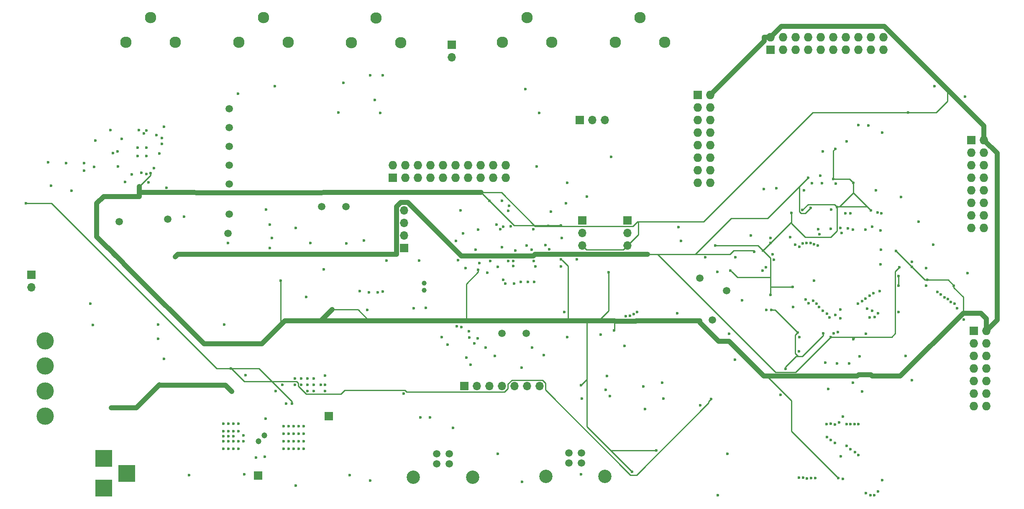
<source format=gbr>
G04 #@! TF.FileFunction,Copper,L3,Inr,Plane*
%FSLAX46Y46*%
G04 Gerber Fmt 4.6, Leading zero omitted, Abs format (unit mm)*
G04 Created by KiCad (PCBNEW 4.0.7-e2-6376~58~ubuntu16.04.1) date Sat Mar 23 16:58:12 2019*
%MOMM*%
%LPD*%
G01*
G04 APERTURE LIST*
%ADD10C,0.100000*%
%ADD11C,1.500000*%
%ADD12R,1.727200X1.727200*%
%ADD13O,1.727200X1.727200*%
%ADD14R,1.700000X1.700000*%
%ADD15O,1.700000X1.700000*%
%ADD16C,1.000000*%
%ADD17C,1.520000*%
%ADD18C,2.700000*%
%ADD19C,2.300000*%
%ADD20R,3.500000X3.500000*%
%ADD21C,3.500000*%
%ADD22C,0.600000*%
%ADD23C,1.200000*%
%ADD24C,1.000000*%
%ADD25C,0.250000*%
G04 APERTURE END LIST*
D10*
D11*
X94361000Y-97663000D03*
D12*
X204216000Y-60452000D03*
D13*
X204216000Y-57912000D03*
X206756000Y-60452000D03*
X206756000Y-57912000D03*
X209296000Y-60452000D03*
X209296000Y-57912000D03*
X211836000Y-60452000D03*
X211836000Y-57912000D03*
X214376000Y-60452000D03*
X214376000Y-57912000D03*
X216916000Y-60452000D03*
X216916000Y-57912000D03*
X219456000Y-60452000D03*
X219456000Y-57912000D03*
X221996000Y-60452000D03*
X221996000Y-57912000D03*
X224536000Y-60452000D03*
X224536000Y-57912000D03*
X227076000Y-60452000D03*
X227076000Y-57912000D03*
D12*
X189484000Y-69596000D03*
D13*
X192024000Y-69596000D03*
X189484000Y-72136000D03*
X192024000Y-72136000D03*
X189484000Y-74676000D03*
X192024000Y-74676000D03*
X189484000Y-77216000D03*
X192024000Y-77216000D03*
X189484000Y-79756000D03*
X192024000Y-79756000D03*
X189484000Y-82296000D03*
X192024000Y-82296000D03*
X189484000Y-84836000D03*
X192024000Y-84836000D03*
X189484000Y-87376000D03*
X192024000Y-87376000D03*
D14*
X166116000Y-94996000D03*
D15*
X166116000Y-97536000D03*
X166116000Y-100076000D03*
D14*
X175260000Y-94996000D03*
D15*
X175260000Y-97536000D03*
X175260000Y-100076000D03*
D14*
X130048000Y-100584000D03*
D15*
X130048000Y-98044000D03*
X130048000Y-95504000D03*
X130048000Y-92964000D03*
D16*
X134112000Y-107696000D03*
X134112000Y-109196000D03*
D12*
X127762000Y-86360000D03*
D13*
X127762000Y-83820000D03*
X130302000Y-86360000D03*
X130302000Y-83820000D03*
X132842000Y-86360000D03*
X132842000Y-83820000D03*
X135382000Y-86360000D03*
X135382000Y-83820000D03*
X137922000Y-86360000D03*
X137922000Y-83820000D03*
X140462000Y-86360000D03*
X140462000Y-83820000D03*
X143002000Y-86360000D03*
X143002000Y-83820000D03*
X145542000Y-86360000D03*
X145542000Y-83820000D03*
X148082000Y-86360000D03*
X148082000Y-83820000D03*
X150622000Y-86360000D03*
X150622000Y-83820000D03*
D17*
X136652000Y-142272000D03*
X139192000Y-142272000D03*
X139192000Y-144272000D03*
X136652000Y-144272000D03*
D18*
X131922000Y-146972000D03*
X143922000Y-146972000D03*
D14*
X142240000Y-128524000D03*
D15*
X144780000Y-128524000D03*
X147320000Y-128524000D03*
X149860000Y-128524000D03*
X152400000Y-128524000D03*
X154940000Y-128524000D03*
X157480000Y-128524000D03*
D14*
X165608000Y-74676000D03*
D15*
X168148000Y-74676000D03*
X170688000Y-74676000D03*
D11*
X149860000Y-117856000D03*
X154740000Y-117856000D03*
D12*
X245364000Y-117348000D03*
D13*
X247904000Y-117348000D03*
X245364000Y-119888000D03*
X247904000Y-119888000D03*
X245364000Y-122428000D03*
X247904000Y-122428000D03*
X245364000Y-124968000D03*
X247904000Y-124968000D03*
X245364000Y-127508000D03*
X247904000Y-127508000D03*
X245364000Y-130048000D03*
X247904000Y-130048000D03*
X245364000Y-132588000D03*
X247904000Y-132588000D03*
D17*
X163418000Y-142112000D03*
X165958000Y-142112000D03*
X165958000Y-144112000D03*
X163418000Y-144112000D03*
D18*
X158688000Y-146812000D03*
X170688000Y-146812000D03*
D14*
X139700000Y-59436000D03*
D15*
X139700000Y-61976000D03*
D19*
X154940000Y-53975000D03*
X159940000Y-58975000D03*
X149940000Y-58975000D03*
X177800000Y-53975000D03*
X182800000Y-58975000D03*
X172800000Y-58975000D03*
D11*
X195326000Y-109220000D03*
D19*
X124380000Y-54055000D03*
X129380000Y-59055000D03*
X119380000Y-59055000D03*
D11*
X192405000Y-115189000D03*
X189865000Y-106680000D03*
D12*
X244856000Y-78740000D03*
D13*
X247396000Y-78740000D03*
X244856000Y-81280000D03*
X247396000Y-81280000D03*
X244856000Y-83820000D03*
X247396000Y-83820000D03*
X244856000Y-86360000D03*
X247396000Y-86360000D03*
X244856000Y-88900000D03*
X247396000Y-88900000D03*
X244856000Y-91440000D03*
X247396000Y-91440000D03*
X244856000Y-93980000D03*
X247396000Y-93980000D03*
X244856000Y-96520000D03*
X247396000Y-96520000D03*
D14*
X100457000Y-146685000D03*
X114808000Y-134620000D03*
D20*
X69215000Y-143225000D03*
X69215000Y-149225000D03*
X73915000Y-146225000D03*
D21*
X57404000Y-134620000D03*
X57404000Y-129540000D03*
X57404000Y-124460000D03*
X57404000Y-119380000D03*
D14*
X54610000Y-106045000D03*
D15*
X54610000Y-108585000D03*
D11*
X113357000Y-92202000D03*
X118237000Y-92202000D03*
X94615000Y-83820000D03*
X94615000Y-80010000D03*
X82169000Y-94742000D03*
X94615000Y-72390000D03*
X94615000Y-76200000D03*
X72390000Y-95250000D03*
D19*
X78740000Y-53975000D03*
X83740000Y-58975000D03*
X73740000Y-58975000D03*
X101600000Y-53975000D03*
X106600000Y-58975000D03*
X96600000Y-58975000D03*
D11*
X94615000Y-87630000D03*
X94615000Y-93726000D03*
D22*
X76112500Y-81987500D03*
X77837500Y-81987500D03*
X77837500Y-80262500D03*
X76112500Y-80262500D03*
X140948771Y-103096502D03*
X102108000Y-92837000D03*
X110236000Y-110490000D03*
X223774000Y-112903000D03*
X225933000Y-113792002D03*
X66548000Y-111887000D03*
X102870000Y-100584000D03*
X206248000Y-130302000D03*
X178816000Y-133223000D03*
X182499000Y-131064000D03*
X178435000Y-128651000D03*
X214757000Y-81026000D03*
X219583000Y-78994000D03*
X80264000Y-116078000D03*
X80264000Y-118999000D03*
X195834000Y-117983000D03*
X81407000Y-123063000D03*
X104013000Y-129540000D03*
X111760000Y-129540000D03*
X110490000Y-129540000D03*
X105410000Y-128270000D03*
X107950000Y-128270000D03*
X107950000Y-127000000D03*
X111760000Y-127000000D03*
X110490000Y-127000000D03*
X109220000Y-127000000D03*
X109220000Y-128270000D03*
X110490000Y-128270000D03*
X111760000Y-128270000D03*
X113157000Y-128270000D03*
X114046000Y-129540000D03*
X114046000Y-128270000D03*
X113988010Y-126422990D03*
X58547000Y-88011000D03*
X62738000Y-89027000D03*
X153924000Y-147955000D03*
X167021000Y-90170000D03*
X171958000Y-82169000D03*
X123190000Y-147701000D03*
X129921000Y-130048000D03*
X139954000Y-137033000D03*
X171704000Y-130556000D03*
X165989000Y-131064000D03*
X165862000Y-146431000D03*
X189992000Y-132461000D03*
X182245000Y-127889000D03*
X162814000Y-91567000D03*
X163068000Y-87376000D03*
X142494000Y-104648000D03*
X147447000Y-103251000D03*
X97663000Y-146399000D03*
X101854000Y-142875000D03*
X108077000Y-148670000D03*
X86487000Y-146558000D03*
X141478000Y-92964000D03*
X153616330Y-107451999D03*
X148393989Y-122428000D03*
X158333000Y-122301000D03*
X148717000Y-95885000D03*
X156210000Y-96774000D03*
X161925000Y-98552000D03*
X149820000Y-91059000D03*
X161798000Y-104325999D03*
X185293000Y-113792000D03*
X174625000Y-120396000D03*
X169799000Y-118110000D03*
X193548000Y-150689979D03*
X218821000Y-147320000D03*
X210058000Y-118618000D03*
X217297000Y-114173000D03*
X217419417Y-87540999D03*
X214249000Y-85979000D03*
X133096000Y-103124000D03*
X131953000Y-112776000D03*
X93599000Y-116078000D03*
X103251000Y-98552000D03*
X102870000Y-95885000D03*
X118364000Y-99695000D03*
X108049559Y-96547441D03*
X111058942Y-99634058D03*
X57971564Y-83252436D03*
X154559000Y-68453000D03*
X157353000Y-73279000D03*
X72009000Y-81026000D03*
X70612000Y-76708000D03*
X81407000Y-76073000D03*
X79883000Y-77724000D03*
X123190000Y-65658996D03*
X125730000Y-65659000D03*
X80518000Y-81500010D03*
X65278000Y-83439000D03*
X61595000Y-83439000D03*
X81915000Y-88421615D03*
X79375000Y-84455000D03*
X219837000Y-96647000D03*
X226822000Y-77216000D03*
X237363000Y-67818000D03*
X243586000Y-69977000D03*
X203327000Y-113157000D03*
X208788000Y-112522000D03*
X226441000Y-103886000D03*
X226568000Y-100965000D03*
X226441000Y-97028000D03*
X224790000Y-96266000D03*
X212979000Y-107188000D03*
X204597000Y-101854000D03*
X204851000Y-102997000D03*
X213868000Y-96774000D03*
X218059000Y-135890000D03*
X209921010Y-121539000D03*
X218431859Y-142781857D03*
X220853000Y-127889000D03*
X198464575Y-111156324D03*
X193421000Y-105410000D03*
X244094000Y-105664000D03*
X215900000Y-129159000D03*
X67056000Y-116205000D03*
X205359000Y-88519000D03*
X202819000Y-88646000D03*
X212598000Y-87503000D03*
X214630000Y-87503000D03*
X237109000Y-99949000D03*
X220091000Y-123952000D03*
X217678000Y-123952000D03*
X191008000Y-102489000D03*
X197104000Y-102489000D03*
X210947000Y-88900000D03*
X215265000Y-123824996D03*
X222250000Y-122555000D03*
X234188000Y-95250000D03*
X235712000Y-104648000D03*
X235712000Y-108204000D03*
X225552000Y-88900000D03*
X200192000Y-98084000D03*
X148971000Y-104394000D03*
X156845000Y-84074000D03*
X151130000Y-103235010D03*
X155067000Y-107442000D03*
X150114000Y-107061000D03*
X99060705Y-89403590D03*
X196088000Y-105156000D03*
X208661000Y-108458000D03*
X217292493Y-80518000D03*
X171450000Y-105537000D03*
X232791000Y-104394000D03*
X232029000Y-73152000D03*
X193040006Y-100076000D03*
X181102000Y-141605000D03*
X176149000Y-145923000D03*
X146878051Y-105603051D03*
X165862000Y-128364000D03*
X161798000Y-102869990D03*
X145229918Y-103642000D03*
X145034000Y-105029000D03*
X127762000Y-89348999D03*
X195800261Y-119507000D03*
X159258000Y-96139000D03*
X161798000Y-96012000D03*
X70485000Y-100965000D03*
X74422000Y-104902000D03*
X147320000Y-91059000D03*
X172482000Y-117277000D03*
X189865000Y-115316000D03*
X169418000Y-115316000D03*
X163957000Y-115316000D03*
X217678000Y-92329000D03*
X216916000Y-86614000D03*
X105029000Y-107188000D03*
X104394000Y-116840000D03*
X69215000Y-90170000D03*
X78740000Y-85471000D03*
X204343000Y-113157000D03*
X232790990Y-103378011D03*
X229616000Y-101219000D03*
X209679551Y-117731551D03*
X235975990Y-107061009D03*
X230124000Y-106289010D03*
X223452021Y-117983000D03*
X210643978Y-92938487D03*
X204216000Y-110071010D03*
X217932000Y-147193000D03*
X202565000Y-105156000D03*
X221742000Y-126545011D03*
X218440000Y-126545011D03*
X215646000Y-126545011D03*
X217001000Y-117856000D03*
X224790000Y-126545011D03*
X218821000Y-134747000D03*
X206121000Y-126545011D03*
X72009000Y-102489000D03*
X208407000Y-93472000D03*
X216376000Y-96742000D03*
X207264000Y-125095000D03*
X214884000Y-117856000D03*
X241300000Y-108204000D03*
X230124000Y-108204010D03*
X220980000Y-87376000D03*
X224536000Y-92964000D03*
X202692000Y-101092000D03*
X204216000Y-99568000D03*
X150495000Y-107823000D03*
X159766000Y-93217996D03*
X95123000Y-129667000D03*
X70739000Y-132969000D03*
X192151000Y-131191000D03*
X107315000Y-132080000D03*
X97917000Y-126365000D03*
X106172000Y-132080000D03*
X94996000Y-124968000D03*
X53467000Y-91567000D03*
X126492000Y-103124000D03*
X216451021Y-92837000D03*
X220914647Y-119060647D03*
X230251000Y-104521000D03*
X212344000Y-92455994D03*
X86360000Y-101863999D03*
X84963000Y-101863999D03*
X83693000Y-102362000D03*
X200914000Y-101346000D03*
X216408000Y-118618000D03*
X203276999Y-104470999D03*
X211836000Y-86360000D03*
X81026000Y-79502000D03*
X103886000Y-67818000D03*
X67564000Y-78867000D03*
X67292009Y-84201000D03*
X81025994Y-78359000D03*
X96393000Y-69342000D03*
X76327000Y-76708000D03*
X116713000Y-73152000D03*
X77326667Y-77444781D03*
X125222000Y-73279000D03*
X72898000Y-78486000D03*
X71120000Y-81407000D03*
X152273000Y-107823000D03*
X153797000Y-124841000D03*
X146558000Y-120777000D03*
X100076000Y-143002000D03*
X101981000Y-135128000D03*
X138811000Y-120142000D03*
X134409345Y-112688655D03*
X185547000Y-96393002D03*
X186055000Y-99187000D03*
X152146000Y-104267000D03*
X144907000Y-118872000D03*
X156317012Y-107442000D03*
X162441501Y-113546501D03*
X163068000Y-118618000D03*
X156591000Y-104325999D03*
X158623000Y-100045000D03*
X196977000Y-123190000D03*
X154813004Y-100076000D03*
X155956000Y-120786990D03*
X122936000Y-109591001D03*
X125669051Y-109407949D03*
X72136000Y-84074008D03*
X65278000Y-84963000D03*
X137671129Y-118632416D03*
X122555000Y-113175870D03*
X121031000Y-109347000D03*
X124714000Y-109591000D03*
X225298000Y-114554000D03*
X231521000Y-122428000D03*
X224282000Y-114681006D03*
X232791000Y-127381000D03*
X144526000Y-100965000D03*
X149860000Y-100457000D03*
X140538108Y-99196990D03*
X141986000Y-97663000D03*
X144980250Y-96902771D03*
X113792000Y-104902000D03*
X94361000Y-99568000D03*
X226641169Y-93614268D03*
X151257000Y-92075000D03*
X151130000Y-93091000D03*
X225858036Y-93450851D03*
X204216000Y-98552000D03*
X209169000Y-99949000D03*
X210058000Y-100330000D03*
X210693000Y-99695000D03*
X211482117Y-99563481D03*
X212282104Y-99568400D03*
X213033877Y-99841969D03*
X213793364Y-100093330D03*
X214122000Y-97790000D03*
X218313000Y-96520000D03*
X218567000Y-97536000D03*
X219329000Y-93589000D03*
X220345000Y-93599000D03*
X220853000Y-96901000D03*
X143256000Y-118745000D03*
X118999000Y-146558000D03*
X142621000Y-122809000D03*
X152527000Y-101092000D03*
X148971000Y-142240000D03*
X143510000Y-124206000D03*
X144272000Y-119888000D03*
X152146000Y-103251000D03*
X156226163Y-103233199D03*
X174879000Y-114427000D03*
X143129000Y-117475000D03*
X151577058Y-96199942D03*
X135255000Y-134874000D03*
X133350000Y-134874000D03*
X208151321Y-98426679D03*
X195453000Y-142239996D03*
X224028000Y-75819000D03*
X221996000Y-75692000D03*
X77841594Y-76832515D03*
X117729000Y-67192999D03*
X124079000Y-70612000D03*
X77851000Y-85598000D03*
X85471000Y-94234000D03*
X76871948Y-85375846D03*
X78321894Y-87298023D03*
X73532994Y-87249000D03*
X74930000Y-85725000D03*
X175768000Y-114300000D03*
X164972295Y-102863999D03*
X155874283Y-100943011D03*
X176525741Y-114014397D03*
X177172881Y-113544065D03*
X159385000Y-100838000D03*
X150114000Y-96266000D03*
X141605000Y-116586000D03*
X140722215Y-116465215D03*
X149479000Y-96774000D03*
X97536000Y-139700000D03*
X97536000Y-138525000D03*
X95504000Y-138684000D03*
X94488000Y-138684000D03*
X93472000Y-138684000D03*
X105664000Y-141224000D03*
X106680000Y-141224000D03*
X107696000Y-141224000D03*
X108712000Y-141224000D03*
X109728000Y-141224000D03*
X109728000Y-139700000D03*
X108712000Y-139700000D03*
X107696000Y-139700000D03*
X106680000Y-139700000D03*
X105664000Y-139700000D03*
X105664000Y-138176000D03*
X106680000Y-138176000D03*
X107696000Y-138176000D03*
X108712000Y-138176000D03*
X109728000Y-138176000D03*
X109728000Y-136652000D03*
X108712000Y-136652000D03*
X107696000Y-136652000D03*
X106680000Y-136652000D03*
X105664000Y-136652000D03*
X93472000Y-141224000D03*
X94488000Y-141224000D03*
X95504000Y-141224000D03*
X96520000Y-141224000D03*
X96520000Y-139700000D03*
X95504000Y-139700000D03*
X94488000Y-139700000D03*
X93472000Y-139700000D03*
X96520000Y-137668000D03*
X95504000Y-137668000D03*
X94488000Y-137668000D03*
X93472000Y-137668000D03*
X96520000Y-136144000D03*
X95504000Y-136144000D03*
X94488000Y-136144000D03*
X93472000Y-136144000D03*
D23*
X100552000Y-139700000D03*
X101727000Y-138525000D03*
D22*
X230632000Y-90296998D03*
X170815000Y-129286000D03*
X171069000Y-126492000D03*
X223393000Y-96901000D03*
X218313000Y-113029986D03*
X222758000Y-129667000D03*
X224406041Y-150689979D03*
X211328000Y-110998000D03*
X223520000Y-150239968D03*
X211930974Y-111797503D03*
X212852000Y-111252000D03*
X226822000Y-147574000D03*
X225933000Y-149860000D03*
X213487000Y-111887000D03*
X225206048Y-150687291D03*
X213995000Y-112522000D03*
X214757000Y-113284000D03*
X213233000Y-147193006D03*
X215646000Y-113919000D03*
X212433001Y-147188417D03*
X216154000Y-114681000D03*
X211546513Y-147256493D03*
X210772625Y-147053721D03*
X217800559Y-117597559D03*
X209931000Y-147066000D03*
X218313000Y-114808000D03*
X230068001Y-113528000D03*
X243305768Y-115105446D03*
X224790000Y-113284000D03*
X241935000Y-112776000D03*
X221869000Y-111887000D03*
X241409961Y-111873286D03*
X240688200Y-111528228D03*
X222752998Y-111351001D03*
X223393000Y-110870979D03*
X240110543Y-110974771D03*
X224282000Y-110245990D03*
X239395000Y-110617000D03*
X225044000Y-109728000D03*
X238633000Y-109982000D03*
X226314000Y-109345968D03*
X237998000Y-109474000D03*
X215519000Y-136271000D03*
X215646000Y-138859003D03*
X216408000Y-136144000D03*
X216408000Y-139436000D03*
X217192466Y-136300893D03*
X217189999Y-140061001D03*
X219583000Y-136271000D03*
X219583000Y-140686001D03*
X220383003Y-136271000D03*
X220345000Y-141311001D03*
X221183006Y-136271000D03*
X221286764Y-141936001D03*
X221996000Y-142560990D03*
X221996000Y-136271000D03*
X121920000Y-99060000D03*
D24*
X127762000Y-89348999D02*
X99060705Y-89403590D01*
X99060705Y-89403590D02*
X76699999Y-89348999D01*
X202946000Y-58674000D02*
X192024000Y-69596000D01*
X202946000Y-58674000D02*
X202946000Y-57960686D01*
D25*
X202946000Y-57960686D02*
X202994686Y-57912000D01*
D24*
X202994686Y-57912000D02*
X204216000Y-57912000D01*
D25*
X197485000Y-106553000D02*
X196387999Y-105455999D01*
X204216000Y-106553000D02*
X197485000Y-106553000D01*
X196387999Y-105455999D02*
X196088000Y-105156000D01*
D24*
X221742000Y-126545011D02*
X222041999Y-126245012D01*
X222041999Y-126245012D02*
X224490001Y-126245012D01*
X224490001Y-126245012D02*
X224790000Y-126545011D01*
D25*
X204216000Y-108458000D02*
X208661000Y-108458000D01*
X216916000Y-80899000D02*
X217292493Y-80522507D01*
X217292493Y-80522507D02*
X217292493Y-80518000D01*
X216916000Y-86614000D02*
X216916000Y-80899000D01*
X208407000Y-95631000D02*
X208407000Y-93472000D01*
X211191001Y-98415001D02*
X208407000Y-95631000D01*
X217678000Y-92329000D02*
X217678000Y-97133696D01*
X217678000Y-97133696D02*
X216396695Y-98415001D01*
X216396695Y-98415001D02*
X211191001Y-98415001D01*
X232029000Y-73152000D02*
X212725000Y-73152000D01*
X212725000Y-73152000D02*
X190625325Y-95251675D01*
X166116000Y-100076000D02*
X166965999Y-100925999D01*
X166965999Y-100925999D02*
X174410001Y-100925999D01*
X174410001Y-100925999D02*
X175260000Y-100076000D01*
X177419000Y-97917000D02*
X175260000Y-100076000D01*
X171450000Y-105537000D02*
X171450000Y-113284000D01*
X171450000Y-113284000D02*
X169418000Y-115316000D01*
X240030000Y-68551870D02*
X240030000Y-70866000D01*
X240030000Y-70866000D02*
X237744000Y-73152000D01*
X237744000Y-73152000D02*
X232029000Y-73152000D01*
X235458009Y-107061009D02*
X232791000Y-104394000D01*
X232791000Y-104394000D02*
X229915999Y-101518999D01*
X204216000Y-106553000D02*
X204216000Y-108458000D01*
X204216000Y-102616000D02*
X204216000Y-106553000D01*
X201676000Y-100076000D02*
X193464270Y-100076000D01*
X202692000Y-101092000D02*
X201676000Y-100076000D01*
X193464270Y-100076000D02*
X193040006Y-100076000D01*
X177419000Y-95251675D02*
X177289327Y-95251675D01*
X190625325Y-95251675D02*
X177419000Y-95251675D01*
X177419000Y-95251675D02*
X177419000Y-97917000D01*
D24*
X113157000Y-115316000D02*
X142621000Y-115316000D01*
X142621000Y-115316000D02*
X163195000Y-115316000D01*
D25*
X145034000Y-105029000D02*
X145034000Y-105453264D01*
X145034000Y-105453264D02*
X142621000Y-107866264D01*
X142621000Y-107866264D02*
X142621000Y-115316000D01*
X177289327Y-95251675D02*
X176370001Y-96171001D01*
X176370001Y-96171001D02*
X156532003Y-96171001D01*
X156532003Y-96171001D02*
X149710001Y-89348999D01*
X149710001Y-89348999D02*
X145609999Y-89348999D01*
X217932000Y-147193000D02*
X208407000Y-137668000D01*
X208407000Y-137668000D02*
X208407000Y-131535998D01*
X203416013Y-126545011D02*
X202838272Y-126545011D01*
X208407000Y-131535998D02*
X203416013Y-126545011D01*
X240157009Y-107061009D02*
X236400254Y-107061009D01*
X236400254Y-107061009D02*
X235975990Y-107061009D01*
X241300000Y-108204000D02*
X240157009Y-107061009D01*
X171831000Y-141605000D02*
X176149000Y-145923000D01*
X167005000Y-136779000D02*
X171831000Y-141605000D01*
X171831000Y-141605000D02*
X181102000Y-141605000D01*
X167005000Y-115316000D02*
X167005000Y-136779000D01*
D24*
X189865000Y-115316000D02*
X189865000Y-115697000D01*
X189865000Y-115697000D02*
X193675000Y-119507000D01*
X193675000Y-119507000D02*
X195800261Y-119507000D01*
X167005000Y-115316000D02*
X169418000Y-115316000D01*
X163957000Y-115316000D02*
X167005000Y-115316000D01*
D25*
X167005000Y-115316000D02*
X167005000Y-127221000D01*
X167005000Y-127221000D02*
X165862000Y-128364000D01*
X161373736Y-96012000D02*
X161798000Y-96012000D01*
X145609999Y-89348999D02*
X152273000Y-96012000D01*
X152273000Y-96012000D02*
X161373736Y-96012000D01*
X163195000Y-104266990D02*
X162097999Y-103169989D01*
X163195000Y-115316000D02*
X163195000Y-104266990D01*
X162097999Y-103169989D02*
X161798000Y-102869990D01*
D24*
X145609999Y-89348999D02*
X127762000Y-89348999D01*
X195800261Y-119507000D02*
X202838272Y-126545011D01*
X70485000Y-100965000D02*
X71709001Y-102189001D01*
X69850000Y-100330000D02*
X70485000Y-100965000D01*
X74422000Y-104902000D02*
X89535000Y-120015000D01*
X72009000Y-102489000D02*
X74422000Y-104902000D01*
D25*
X71709001Y-102189001D02*
X72009000Y-102489000D01*
X147320000Y-91059000D02*
X145609999Y-89348999D01*
D24*
X176926999Y-115427001D02*
X177038000Y-115316000D01*
X172593000Y-115316000D02*
X172704001Y-115427001D01*
X172704001Y-115427001D02*
X176926999Y-115427001D01*
X163195000Y-115316000D02*
X163957000Y-115316000D01*
D25*
X172593000Y-117094000D02*
X172482000Y-117205000D01*
X172482000Y-117205000D02*
X172482000Y-117277000D01*
D24*
X169418000Y-115316000D02*
X172593000Y-115316000D01*
D25*
X172593000Y-115316000D02*
X172593000Y-117094000D01*
D24*
X177038000Y-115316000D02*
X189865000Y-115316000D01*
D25*
X177038000Y-115316000D02*
X177292000Y-115570000D01*
X218102264Y-92202010D02*
X217804990Y-92202010D01*
X217124001Y-91775001D02*
X217378001Y-92029001D01*
X210643978Y-92938487D02*
X211807464Y-91775001D01*
X211807464Y-91775001D02*
X217124001Y-91775001D01*
X223774010Y-92202010D02*
X218102264Y-92202010D01*
X217804990Y-92202010D02*
X217678000Y-92329000D01*
X218185990Y-92202010D02*
X218102264Y-92202010D01*
X217378001Y-92029001D02*
X217678000Y-92329000D01*
X224536000Y-92964000D02*
X223774010Y-92202010D01*
X220980000Y-89408000D02*
X218185990Y-92202010D01*
X204343000Y-113157000D02*
X205105000Y-113157000D01*
X205105000Y-113157000D02*
X209679551Y-117731551D01*
X217340264Y-86614000D02*
X216916000Y-86614000D01*
X220218000Y-86614000D02*
X217340264Y-86614000D01*
X220980000Y-87376000D02*
X220218000Y-86614000D01*
D24*
X104394000Y-116840000D02*
X105156000Y-116078000D01*
X105156000Y-116078000D02*
X105918000Y-115316000D01*
D25*
X105029000Y-107188000D02*
X105029000Y-115951000D01*
X105029000Y-115951000D02*
X105156000Y-116078000D01*
D24*
X101219000Y-120015000D02*
X104394000Y-116840000D01*
X76454000Y-90170000D02*
X76454000Y-88181264D01*
D25*
X76454000Y-88181264D02*
X78740000Y-85895264D01*
X78740000Y-85895264D02*
X78740000Y-85471000D01*
D24*
X69215000Y-90170000D02*
X76454000Y-90170000D01*
X67818000Y-91567000D02*
X69215000Y-90170000D01*
X72009000Y-102489000D02*
X67818000Y-98298000D01*
X67818000Y-98298000D02*
X67818000Y-91567000D01*
X247396000Y-75917870D02*
X240030000Y-68551870D01*
X240030000Y-68551870D02*
X227231130Y-55753000D01*
D25*
X229915999Y-101518999D02*
X229616000Y-101219000D01*
X235975990Y-107061009D02*
X235458009Y-107061009D01*
X208407000Y-93472000D02*
X208407000Y-95377000D01*
X208407000Y-95377000D02*
X204216000Y-99568000D01*
X204216000Y-99568000D02*
X202692000Y-101092000D01*
X204216000Y-108458000D02*
X204216000Y-109646746D01*
X210609264Y-122555000D02*
X214884000Y-118280264D01*
X209178998Y-118232104D02*
X209379552Y-118031550D01*
X209379736Y-122555000D02*
X209804000Y-122555000D01*
X209379552Y-118031550D02*
X209679551Y-117731551D01*
X210058000Y-122555000D02*
X210609264Y-122555000D01*
X214884000Y-118280264D02*
X214884000Y-117856000D01*
X209178998Y-121929998D02*
X209178998Y-118232104D01*
X209804000Y-122555000D02*
X209178998Y-121929998D01*
X210058000Y-122555000D02*
X210348002Y-122555000D01*
X207264000Y-124670736D02*
X209379736Y-122555000D01*
X207264000Y-125095000D02*
X207264000Y-124670736D01*
X230124000Y-108204010D02*
X230124000Y-106289010D01*
X204216000Y-109646746D02*
X204216000Y-110071010D01*
X202692000Y-101092000D02*
X204216000Y-102616000D01*
D24*
X227231130Y-55753000D02*
X206375000Y-55753000D01*
X206375000Y-55753000D02*
X204216000Y-57912000D01*
X247396000Y-78740000D02*
X247396000Y-75917870D01*
X250063000Y-81407000D02*
X247396000Y-78740000D01*
X250063000Y-115189000D02*
X250063000Y-81407000D01*
X247904000Y-117348000D02*
X250063000Y-115189000D01*
X218440000Y-126545011D02*
X221742000Y-126545011D01*
X215646000Y-126545011D02*
X218440000Y-126545011D01*
X213741000Y-126545011D02*
X215646000Y-126545011D01*
X224790000Y-126545011D02*
X230451989Y-126545011D01*
X206121000Y-126545011D02*
X213741000Y-126545011D01*
X202838272Y-126545011D02*
X206121000Y-126545011D01*
D25*
X241300000Y-108204000D02*
X241300000Y-108628264D01*
X241300000Y-108628264D02*
X243205000Y-110533264D01*
X243205000Y-110533264D02*
X243205000Y-113792000D01*
D24*
X246761000Y-113792000D02*
X247904000Y-114935000D01*
X247904000Y-114935000D02*
X247904000Y-117348000D01*
X243205000Y-113792000D02*
X246761000Y-113792000D01*
X230451989Y-126545011D02*
X243205000Y-113792000D01*
D25*
X120777000Y-113157000D02*
X122936000Y-115316000D01*
X115443000Y-113030000D02*
X120650000Y-113030000D01*
X120650000Y-113030000D02*
X120777000Y-113157000D01*
D24*
X113157000Y-115316000D02*
X115443000Y-113030000D01*
X105918000Y-115316000D02*
X113157000Y-115316000D01*
X89535000Y-120015000D02*
X101219000Y-120015000D01*
D25*
X209804000Y-122555000D02*
X210058000Y-122555000D01*
X220980000Y-87376000D02*
X220980000Y-89408000D01*
X220980000Y-89408000D02*
X224536000Y-92964000D01*
D24*
X80645000Y-128397000D02*
X93853000Y-128397000D01*
X93853000Y-128397000D02*
X95123000Y-129667000D01*
D25*
X80518000Y-128270000D02*
X80645000Y-128397000D01*
D24*
X75819000Y-132969000D02*
X80518000Y-128270000D01*
X70739000Y-132969000D02*
X75819000Y-132969000D01*
D25*
X117973001Y-129422999D02*
X117230999Y-130165001D01*
X117230999Y-130165001D02*
X110189999Y-130165001D01*
X110189999Y-130165001D02*
X108575001Y-128550003D01*
X108575001Y-128550003D02*
X108575001Y-127969999D01*
X108575001Y-127969999D02*
X108230003Y-127625001D01*
X108230003Y-127625001D02*
X97653001Y-127625001D01*
X97653001Y-127625001D02*
X95295999Y-125267999D01*
X95295999Y-125267999D02*
X94996000Y-124968000D01*
X192151000Y-131191000D02*
X191652999Y-131689001D01*
X191652999Y-131689001D02*
X191652999Y-131979003D01*
X191652999Y-131979003D02*
X177084001Y-146548001D01*
X130221001Y-129422999D02*
X117973001Y-129422999D01*
X177084001Y-146548001D02*
X175848999Y-146548001D01*
X158655001Y-127959999D02*
X158044001Y-127348999D01*
X151035001Y-129088001D02*
X150375003Y-129747999D01*
X175848999Y-146548001D02*
X158655001Y-129354003D01*
X158655001Y-129354003D02*
X158655001Y-127959999D01*
X158044001Y-127348999D02*
X151835999Y-127348999D01*
X151835999Y-127348999D02*
X151035001Y-128149997D01*
X150375003Y-129747999D02*
X130546001Y-129747999D01*
X151035001Y-128149997D02*
X151035001Y-129088001D01*
X130546001Y-129747999D02*
X130221001Y-129422999D01*
X107315000Y-132080000D02*
X107315000Y-131655736D01*
X107315000Y-131655736D02*
X100627264Y-124968000D01*
X100627264Y-124968000D02*
X95420264Y-124968000D01*
X95420264Y-124968000D02*
X94996000Y-124968000D01*
X58674000Y-91567000D02*
X92075000Y-124968000D01*
X92075000Y-124968000D02*
X94996000Y-124968000D01*
X53467000Y-91567000D02*
X58674000Y-91567000D01*
X216408000Y-118618000D02*
X209305999Y-125720001D01*
X209305999Y-125720001D02*
X205222001Y-125720001D01*
X205222001Y-125720001D02*
X181365999Y-101863999D01*
X181365999Y-101863999D02*
X179324000Y-101863999D01*
D24*
X130792001Y-91413999D02*
X141613002Y-102235000D01*
X156166002Y-102235000D02*
X156537003Y-101863999D01*
X156537003Y-101863999D02*
X179324000Y-101863999D01*
X89154000Y-101863999D02*
X128497999Y-101863999D01*
X128497999Y-101863999D02*
X128497999Y-92219999D01*
X128497999Y-92219999D02*
X129303999Y-91413999D01*
X129303999Y-91413999D02*
X130792001Y-91413999D01*
X141613002Y-102235000D02*
X156166002Y-102235000D01*
D25*
X221107000Y-118618000D02*
X228727000Y-118618000D01*
X216408000Y-118618000D02*
X221107000Y-118618000D01*
X221107000Y-118618000D02*
X221107000Y-118868294D01*
X221107000Y-118868294D02*
X220914647Y-119060647D01*
X229951001Y-104820999D02*
X230251000Y-104521000D01*
X229443001Y-105328999D02*
X229951001Y-104820999D01*
X228727000Y-118618000D02*
X229443001Y-117901999D01*
X229443001Y-117901999D02*
X229443001Y-105328999D01*
X211236505Y-93563489D02*
X212044001Y-92755993D01*
X211836000Y-86360000D02*
X210018976Y-88177024D01*
X210018976Y-93238489D02*
X210343976Y-93563489D01*
X210343976Y-93563489D02*
X211236505Y-93563489D01*
X212044001Y-92755993D02*
X212344000Y-92455994D01*
X210018976Y-88177024D02*
X210018976Y-93238489D01*
D24*
X84963000Y-101863999D02*
X89154000Y-101863999D01*
D25*
X89154000Y-101863999D02*
X86360000Y-101863999D01*
D24*
X84191001Y-101863999D02*
X84963000Y-101863999D01*
D25*
X179324000Y-101863999D02*
X188976000Y-101863999D01*
X188976000Y-101863999D02*
X195951001Y-101863999D01*
X211836000Y-86360000D02*
X203590999Y-94605001D01*
X203590999Y-94605001D02*
X196234998Y-94605001D01*
X196234998Y-94605001D02*
X188976000Y-101863999D01*
X200787000Y-101092000D02*
X200914000Y-101219000D01*
X200914000Y-101219000D02*
X200914000Y-101346000D01*
X196723000Y-101092000D02*
X200787000Y-101092000D01*
X195951001Y-101863999D02*
X196723000Y-101092000D01*
D24*
X83693000Y-102362000D02*
X84191001Y-101863999D01*
M02*

</source>
